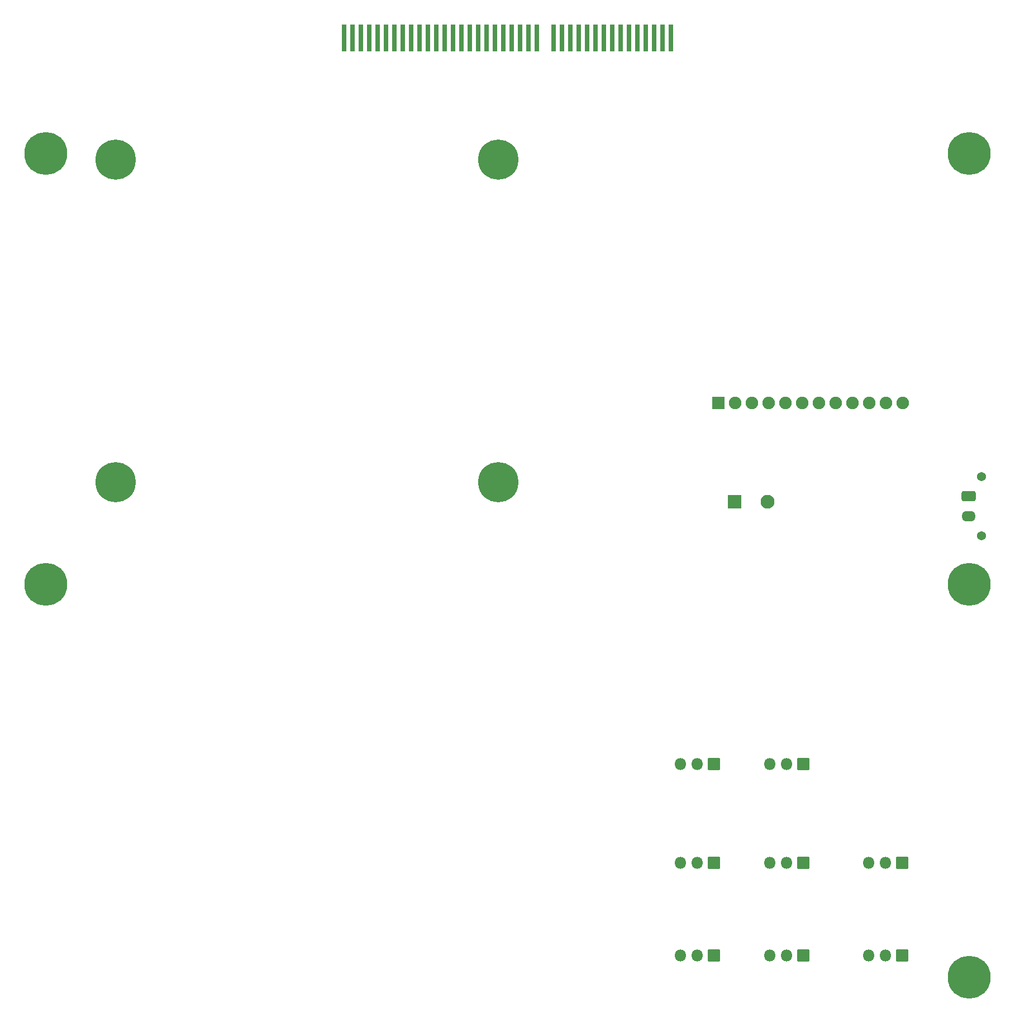
<source format=gbs>
G04 #@! TF.GenerationSoftware,KiCad,Pcbnew,(6.0.2)*
G04 #@! TF.CreationDate,2022-09-21T19:40:20+09:30*
G04 #@! TF.ProjectId,BSPD,42535044-2e6b-4696-9361-645f70636258,4*
G04 #@! TF.SameCoordinates,Original*
G04 #@! TF.FileFunction,Soldermask,Bot*
G04 #@! TF.FilePolarity,Negative*
%FSLAX46Y46*%
G04 Gerber Fmt 4.6, Leading zero omitted, Abs format (unit mm)*
G04 Created by KiCad (PCBNEW (6.0.2)) date 2022-09-21 19:40:20*
%MOMM*%
%LPD*%
G01*
G04 APERTURE LIST*
G04 Aperture macros list*
%AMRoundRect*
0 Rectangle with rounded corners*
0 $1 Rounding radius*
0 $2 $3 $4 $5 $6 $7 $8 $9 X,Y pos of 4 corners*
0 Add a 4 corners polygon primitive as box body*
4,1,4,$2,$3,$4,$5,$6,$7,$8,$9,$2,$3,0*
0 Add four circle primitives for the rounded corners*
1,1,$1+$1,$2,$3*
1,1,$1+$1,$4,$5*
1,1,$1+$1,$6,$7*
1,1,$1+$1,$8,$9*
0 Add four rect primitives between the rounded corners*
20,1,$1+$1,$2,$3,$4,$5,0*
20,1,$1+$1,$4,$5,$6,$7,0*
20,1,$1+$1,$6,$7,$8,$9,0*
20,1,$1+$1,$8,$9,$2,$3,0*%
G04 Aperture macros list end*
%ADD10RoundRect,0.051000X-0.850000X0.850000X-0.850000X-0.850000X0.850000X-0.850000X0.850000X0.850000X0*%
%ADD11O,1.802000X1.802000*%
%ADD12C,0.902000*%
%ADD13C,6.502000*%
%ADD14C,1.372000*%
%ADD15RoundRect,0.301001X-0.759999X0.499999X-0.759999X-0.499999X0.759999X-0.499999X0.759999X0.499999X0*%
%ADD16O,2.122000X1.602000*%
%ADD17RoundRect,0.051000X-0.900000X-0.900000X0.900000X-0.900000X0.900000X0.900000X-0.900000X0.900000X0*%
%ADD18C,1.902000*%
%ADD19RoundRect,0.051000X0.280000X2.000000X-0.280000X2.000000X-0.280000X-2.000000X0.280000X-2.000000X0*%
%ADD20C,6.102000*%
%ADD21RoundRect,0.051000X-1.000000X-1.000000X1.000000X-1.000000X1.000000X1.000000X-1.000000X1.000000X0*%
%ADD22C,2.102000*%
G04 APERTURE END LIST*
D10*
X141885000Y-141600000D03*
D11*
X139345000Y-141600000D03*
X136805000Y-141600000D03*
D10*
X141925000Y-126600000D03*
D11*
X139385000Y-126600000D03*
X136845000Y-126600000D03*
D10*
X141885000Y-155600000D03*
D11*
X139345000Y-155600000D03*
X136805000Y-155600000D03*
D10*
X128385000Y-141600000D03*
D11*
X125845000Y-141600000D03*
X123305000Y-141600000D03*
D10*
X128385000Y-155600000D03*
D11*
X125845000Y-155600000D03*
X123305000Y-155600000D03*
D10*
X156885000Y-141600000D03*
D11*
X154345000Y-141600000D03*
X151805000Y-141600000D03*
D10*
X156885000Y-155600000D03*
D11*
X154345000Y-155600000D03*
X151805000Y-155600000D03*
D10*
X128385000Y-126600000D03*
D11*
X125845000Y-126600000D03*
X123305000Y-126600000D03*
D12*
X167087500Y-156519620D03*
X167087500Y-161319620D03*
X168784556Y-157222564D03*
X165390444Y-157222564D03*
X169487500Y-158919620D03*
X165390444Y-160616676D03*
X168784556Y-160616676D03*
D13*
X167087500Y-158919620D03*
D12*
X164687500Y-158919620D03*
D14*
X168910000Y-82950000D03*
X168910000Y-91950000D03*
D15*
X166950000Y-85950000D03*
D16*
X166950000Y-88950000D03*
D17*
X129030000Y-71805000D03*
D18*
X131570000Y-71805000D03*
X134110000Y-71805000D03*
X136650000Y-71805000D03*
X139190000Y-71805000D03*
X141730000Y-71805000D03*
X144270000Y-71805000D03*
X146810000Y-71805000D03*
X149350000Y-71805000D03*
X151890000Y-71805000D03*
X154430000Y-71805000D03*
X156970000Y-71805000D03*
D19*
X121847500Y-16409620D03*
X120577500Y-16409620D03*
X119307500Y-16409620D03*
X118037500Y-16409620D03*
X116767500Y-16409620D03*
X115497500Y-16409620D03*
X114227500Y-16409620D03*
X112957500Y-16409620D03*
X111687500Y-16409620D03*
X110417500Y-16409620D03*
X109147500Y-16409620D03*
X107877500Y-16409620D03*
X106607500Y-16409620D03*
X105337500Y-16409620D03*
X104067500Y-16409620D03*
X101527500Y-16409620D03*
X100257500Y-16409620D03*
X98987500Y-16409620D03*
X97717500Y-16409620D03*
X96447500Y-16409620D03*
X95177500Y-16409620D03*
X93907500Y-16409620D03*
X92637500Y-16409620D03*
X91367500Y-16409620D03*
X90097500Y-16409620D03*
X88827500Y-16409620D03*
X87557500Y-16409620D03*
X86287500Y-16409620D03*
X85017500Y-16409620D03*
X83747500Y-16409620D03*
X82477500Y-16409620D03*
X81207500Y-16409620D03*
X79937500Y-16409620D03*
X78667500Y-16409620D03*
X77397500Y-16409620D03*
X76127500Y-16409620D03*
X74857500Y-16409620D03*
X73587500Y-16409620D03*
X72317500Y-16409620D03*
D12*
X27075500Y-101719620D03*
X29475500Y-99319620D03*
X25378444Y-101016676D03*
X27075500Y-96919620D03*
X25378444Y-97622564D03*
D13*
X27075500Y-99319620D03*
D12*
X28772556Y-97622564D03*
X28772556Y-101016676D03*
X24675500Y-99319620D03*
X167075500Y-31563325D03*
X165378444Y-35660381D03*
X169475500Y-33963325D03*
X168772556Y-35660381D03*
X168772556Y-32266269D03*
X167075500Y-36363325D03*
D13*
X167075500Y-33963325D03*
D12*
X164675500Y-33963325D03*
X165378444Y-32266269D03*
D20*
X37715000Y-34855000D03*
X95715000Y-34855000D03*
X95715000Y-83855000D03*
X37715000Y-83855000D03*
D12*
X169475500Y-99319620D03*
X164675500Y-99319620D03*
X165378444Y-97622564D03*
X165378444Y-101016676D03*
X168772556Y-97622564D03*
X167075500Y-96919620D03*
X167075500Y-101719620D03*
X168772556Y-101016676D03*
D13*
X167075500Y-99319620D03*
D12*
X25378444Y-35660381D03*
X28772556Y-35660381D03*
X24675500Y-33963325D03*
D13*
X27075500Y-33963325D03*
D12*
X27075500Y-31563325D03*
X27075500Y-36363325D03*
X29475500Y-33963325D03*
X25378444Y-32266269D03*
X28772556Y-32266269D03*
D21*
X131500000Y-86800000D03*
D22*
X136500000Y-86800000D03*
M02*

</source>
